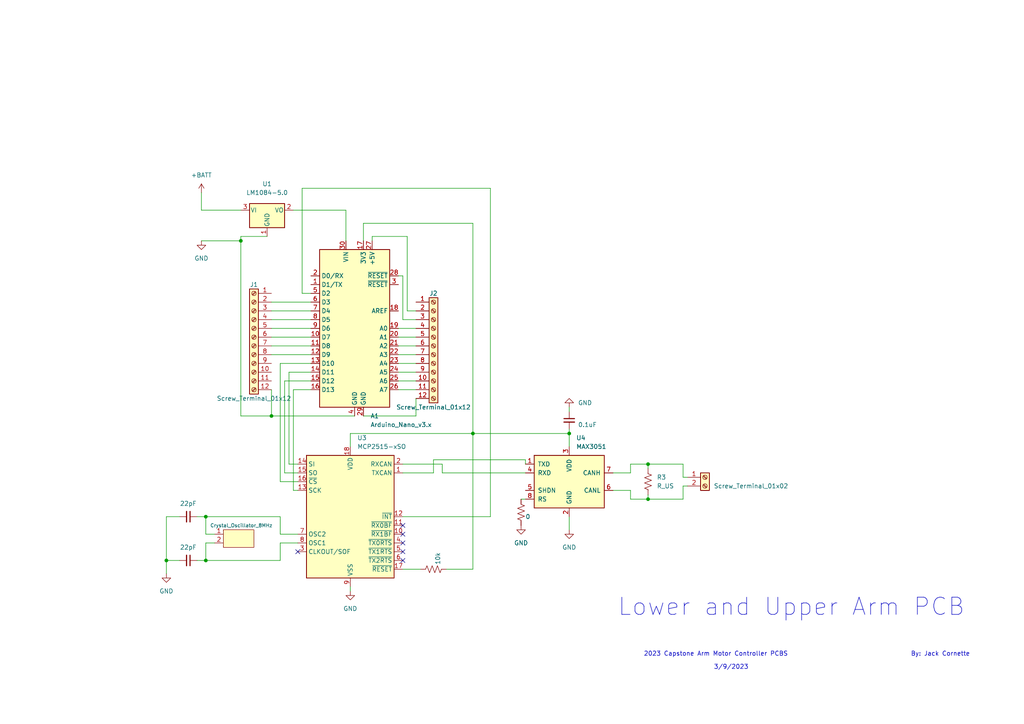
<source format=kicad_sch>
(kicad_sch (version 20211123) (generator eeschema)
  (paper "A4")
  (lib_symbols
    (symbol "Connector:Screw_Terminal_01x02" (pin_names (offset 1.016) hide)
      (property "Reference" "J" (at 0 2.54 0))
      (property "Value" "Screw_Terminal_01x02" (at 0 -5.08 0))
      (symbol "Screw_Terminal_01x02_1_1"
        (rectangle (start -1.27 1.27) (end 1.27 -3.81) (stroke (width 0.254)) (fill (type background)))
        (circle (center 0 -2.54) (radius 0.635) (stroke (width 0.1524)))
        (polyline (pts (xy -0.5334 -2.2098) (xy 0.3302 -3.048)) (stroke (width 0.1524)))
        (polyline (pts (xy -0.5334 0.3302) (xy 0.3302 -0.508)) (stroke (width 0.1524)))
        (polyline (pts (xy -0.3556 -2.032) (xy 0.508 -2.8702)) (stroke (width 0.1524)))
        (polyline (pts (xy -0.3556 0.508) (xy 0.508 -0.3302)) (stroke (width 0.1524)))
        (circle (center 0 0) (radius 0.635) (stroke (width 0.1524)))
        (pin passive line (at -5.08 0 0) (length 3.81) (name "Pin_1") (number "1"))
        (pin passive line (at -5.08 -2.54 0) (length 3.81) (name "Pin_2") (number "2"))
      )
    )
    (symbol "Connector:Screw_Terminal_01x12" (pin_names (offset 1.016) hide)
      (property "Reference" "J" (at 0 15.24 0))
      (property "Value" "Screw_Terminal_01x12" (at 0 -17.78 0))
      (symbol "Screw_Terminal_01x12_1_1"
        (rectangle (start -1.27 13.97) (end 1.27 -16.51) (stroke (width 0.254)) (fill (type background)))
        (circle (center 0 -15.24) (radius 0.635) (stroke (width 0.1524)))
        (circle (center 0 -12.7) (radius 0.635) (stroke (width 0.1524)))
        (circle (center 0 -10.16) (radius 0.635) (stroke (width 0.1524)))
        (circle (center 0 -7.62) (radius 0.635) (stroke (width 0.1524)))
        (circle (center 0 -5.08) (radius 0.635) (stroke (width 0.1524)))
        (circle (center 0 -2.54) (radius 0.635) (stroke (width 0.1524)))
        (polyline (pts (xy -0.5334 -14.9098) (xy 0.3302 -15.748)) (stroke (width 0.1524)))
        (polyline (pts (xy -0.5334 -12.3698) (xy 0.3302 -13.208)) (stroke (width 0.1524)))
        (polyline (pts (xy -0.5334 -9.8298) (xy 0.3302 -10.668)) (stroke (width 0.1524)))
        (polyline (pts (xy -0.5334 -7.2898) (xy 0.3302 -8.128)) (stroke (width 0.1524)))
        (polyline (pts (xy -0.5334 -4.7498) (xy 0.3302 -5.588)) (stroke (width 0.1524)))
        (polyline (pts (xy -0.5334 -2.2098) (xy 0.3302 -3.048)) (stroke (width 0.1524)))
        (polyline (pts (xy -0.5334 0.3302) (xy 0.3302 -0.508)) (stroke (width 0.1524)))
        (polyline (pts (xy -0.5334 2.8702) (xy 0.3302 2.032)) (stroke (width 0.1524)))
        (polyline (pts (xy -0.5334 5.4102) (xy 0.3302 4.572)) (stroke (width 0.1524)))
        (polyline (pts (xy -0.5334 7.9502) (xy 0.3302 7.112)) (stroke (width 0.1524)))
        (polyline (pts (xy -0.5334 10.4902) (xy 0.3302 9.652)) (stroke (width 0.1524)))
        (polyline (pts (xy -0.5334 13.0302) (xy 0.3302 12.192)) (stroke (width 0.1524)))
        (polyline (pts (xy -0.3556 -14.732) (xy 0.508 -15.5702)) (stroke (width 0.1524)))
        (polyline (pts (xy -0.3556 -12.192) (xy 0.508 -13.0302)) (stroke (width 0.1524)))
        (polyline (pts (xy -0.3556 -9.652) (xy 0.508 -10.4902)) (stroke (width 0.1524)))
        (polyline (pts (xy -0.3556 -7.112) (xy 0.508 -7.9502)) (stroke (width 0.1524)))
        (polyline (pts (xy -0.3556 -4.572) (xy 0.508 -5.4102)) (stroke (width 0.1524)))
        (polyline (pts (xy -0.3556 -2.032) (xy 0.508 -2.8702)) (stroke (width 0.1524)))
        (polyline (pts (xy -0.3556 0.508) (xy 0.508 -0.3302)) (stroke (width 0.1524)))
        (polyline (pts (xy -0.3556 3.048) (xy 0.508 2.2098)) (stroke (width 0.1524)))
        (polyline (pts (xy -0.3556 5.588) (xy 0.508 4.7498)) (stroke (width 0.1524)))
        (polyline (pts (xy -0.3556 8.128) (xy 0.508 7.2898)) (stroke (width 0.1524)))
        (polyline (pts (xy -0.3556 10.668) (xy 0.508 9.8298)) (stroke (width 0.1524)))
        (polyline (pts (xy -0.3556 13.208) (xy 0.508 12.3698)) (stroke (width 0.1524)))
        (circle (center 0 0) (radius 0.635) (stroke (width 0.1524)))
        (circle (center 0 2.54) (radius 0.635) (stroke (width 0.1524)))
        (circle (center 0 5.08) (radius 0.635) (stroke (width 0.1524)))
        (circle (center 0 7.62) (radius 0.635) (stroke (width 0.1524)))
        (circle (center 0 10.16) (radius 0.635) (stroke (width 0.1524)))
        (circle (center 0 12.7) (radius 0.635) (stroke (width 0.1524)))
        (pin passive line (at -5.08 12.7 0) (length 3.81) (name "Pin_1") (number "1"))
        (pin passive line (at -5.08 -10.16 0) (length 3.81) (name "Pin_10") (number "10"))
        (pin passive line (at -5.08 -12.7 0) (length 3.81) (name "Pin_11") (number "11"))
        (pin passive line (at -5.08 -15.24 0) (length 3.81) (name "Pin_12") (number "12"))
        (pin passive line (at -5.08 10.16 0) (length 3.81) (name "Pin_2") (number "2"))
        (pin passive line (at -5.08 7.62 0) (length 3.81) (name "Pin_3") (number "3"))
        (pin passive line (at -5.08 5.08 0) (length 3.81) (name "Pin_4") (number "4"))
        (pin passive line (at -5.08 2.54 0) (length 3.81) (name "Pin_5") (number "5"))
        (pin passive line (at -5.08 0 0) (length 3.81) (name "Pin_6") (number "6"))
        (pin passive line (at -5.08 -2.54 0) (length 3.81) (name "Pin_7") (number "7"))
        (pin passive line (at -5.08 -5.08 0) (length 3.81) (name "Pin_8") (number "8"))
        (pin passive line (at -5.08 -7.62 0) (length 3.81) (name "Pin_9") (number "9"))
      )
    )
    (symbol "Device:C_Small" (pin_numbers hide) (pin_names (offset 0.254) hide)
      (property "Reference" "C" (at 0.254 1.778 0))
      (property "Value" "C_Small" (at 0.254 -2.032 0))
      (symbol "C_Small_0_1"
        (polyline (pts (xy -1.524 -0.508) (xy 1.524 -0.508)) (stroke (width 0.3302)))
        (polyline (pts (xy -1.524 0.508) (xy 1.524 0.508)) (stroke (width 0.3048)))
      )
      (symbol "C_Small_1_1"
        (pin passive line (at 0 2.54 270) (length 2.032) (name "~") (number "1"))
        (pin passive line (at 0 -2.54 90) (length 2.032) (name "~") (number "2"))
      )
    )
    (symbol "Device:R_US" (pin_numbers hide) (pin_names (offset 0))
      (property "Reference" "R" (at 2.54 0 90))
      (property "Value" "R_US" (at -2.54 0 90))
      (symbol "R_US_0_1"
        (polyline (pts (xy 0 -2.286) (xy 0 -2.54)))
        (polyline (pts (xy 0 2.286) (xy 0 2.54)))
        (polyline (pts (xy 0 -0.762) (xy 1.016 -1.143) (xy 0 -1.524) (xy -1.016 -1.905) (xy 0 -2.286)))
        (polyline (pts (xy 0 0.762) (xy 1.016 0.381) (xy 0 0) (xy -1.016 -0.381) (xy 0 -0.762)))
        (polyline (pts (xy 0 2.286) (xy 1.016 1.905) (xy 0 1.524) (xy -1.016 1.143) (xy 0 0.762)))
      )
      (symbol "R_US_1_1"
        (pin passive line (at 0 3.81 270) (length 1.27) (name "~") (number "1"))
        (pin passive line (at 0 -3.81 90) (length 1.27) (name "~") (number "2"))
      )
    )
    (symbol "Interface_CAN_LIN:MCP2515-xSO"
      (property "Reference" "U" (at -10.16 19.685 0))
      (property "Value" "MCP2515-xSO" (at 19.05 20.32 0))
      (symbol "MCP2515-xSO_0_1"
        (rectangle (start -12.7 17.78) (end 12.7 -17.78) (stroke (width 0.254)) (fill (type background)))
      )
      (symbol "MCP2515-xSO_1_1"
        (pin output line (at 15.24 12.7 180) (length 2.54) (name "TXCAN") (number "1"))
        (pin output line (at 15.24 -5.08 180) (length 2.54) (name "~{RX1BF}") (number "10"))
        (pin output line (at 15.24 -2.54 180) (length 2.54) (name "~{RX0BF}") (number "11"))
        (pin output line (at 15.24 0 180) (length 2.54) (name "~{INT}") (number "12"))
        (pin input line (at -15.24 7.62 0) (length 2.54) (name "SCK") (number "13"))
        (pin input line (at -15.24 15.24 0) (length 2.54) (name "SI") (number "14"))
        (pin output line (at -15.24 12.7 0) (length 2.54) (name "SO") (number "15"))
        (pin input line (at -15.24 10.16 0) (length 2.54) (name "~{CS}") (number "16"))
        (pin input line (at 15.24 -15.24 180) (length 2.54) (name "~{RESET}") (number "17"))
        (pin power_in line (at 0 20.32 270) (length 2.54) (name "VDD") (number "18"))
        (pin input line (at 15.24 15.24 180) (length 2.54) (name "RXCAN") (number "2"))
        (pin output line (at -15.24 -10.16 0) (length 2.54) (name "CLKOUT/SOF") (number "3"))
        (pin input line (at 15.24 -7.62 180) (length 2.54) (name "~{TX0RTS}") (number "4"))
        (pin input line (at 15.24 -10.16 180) (length 2.54) (name "~{TX1RTS}") (number "5"))
        (pin input line (at 15.24 -12.7 180) (length 2.54) (name "~{TX2RTS}") (number "6"))
        (pin output line (at -15.24 -5.08 0) (length 2.54) (name "OSC2") (number "7"))
        (pin input line (at -15.24 -7.62 0) (length 2.54) (name "OSC1") (number "8"))
        (pin power_in line (at 0 -20.32 90) (length 2.54) (name "VSS") (number "9"))
      )
    )
    (symbol "Interface_UART:MAX3051" (pin_names (offset 1.016))
      (property "Reference" "U" (at -10.16 8.89 0))
      (property "Value" "MAX3051" (at 2.54 8.89 0))
      (symbol "MAX3051_0_1"
        (rectangle (start -10.16 7.62) (end 10.16 -7.62) (stroke (width 0.254)) (fill (type background)))
      )
      (symbol "MAX3051_1_1"
        (pin input line (at -12.7 5.08 0) (length 2.54) (name "TXD") (number "1"))
        (pin power_in line (at 0 -10.16 90) (length 2.54) (name "GND") (number "2"))
        (pin power_in line (at 0 10.16 270) (length 2.54) (name "VDD") (number "3"))
        (pin output line (at -12.7 2.54 0) (length 2.54) (name "RXD") (number "4"))
        (pin input line (at -12.7 -2.54 0) (length 2.54) (name "SHDN") (number "5"))
        (pin bidirectional line (at 12.7 -2.54 180) (length 2.54) (name "CANL") (number "6"))
        (pin bidirectional line (at 12.7 2.54 180) (length 2.54) (name "CANH") (number "7"))
        (pin input line (at -12.7 -5.08 0) (length 2.54) (name "RS") (number "8"))
      )
    )
    (symbol "MCU_Module:Arduino_Nano_v3.x"
      (property "Reference" "A" (at -10.16 23.495 0))
      (property "Value" "Arduino_Nano_v3.x" (at 5.08 -24.13 0))
      (symbol "Arduino_Nano_v3.x_0_1"
        (rectangle (start -10.16 22.86) (end 10.16 -22.86) (stroke (width 0.254)) (fill (type background)))
      )
      (symbol "Arduino_Nano_v3.x_1_1"
        (pin bidirectional line (at -12.7 12.7 0) (length 2.54) (name "D1/TX") (number "1"))
        (pin bidirectional line (at -12.7 -2.54 0) (length 2.54) (name "D7") (number "10"))
        (pin bidirectional line (at -12.7 -5.08 0) (length 2.54) (name "D8") (number "11"))
        (pin bidirectional line (at -12.7 -7.62 0) (length 2.54) (name "D9") (number "12"))
        (pin bidirectional line (at -12.7 -10.16 0) (length 2.54) (name "D10") (number "13"))
        (pin bidirectional line (at -12.7 -12.7 0) (length 2.54) (name "D11") (number "14"))
        (pin bidirectional line (at -12.7 -15.24 0) (length 2.54) (name "D12") (number "15"))
        (pin bidirectional line (at -12.7 -17.78 0) (length 2.54) (name "D13") (number "16"))
        (pin power_out line (at 2.54 25.4 270) (length 2.54) (name "3V3") (number "17"))
        (pin input line (at 12.7 5.08 180) (length 2.54) (name "AREF") (number "18"))
        (pin bidirectional line (at 12.7 0 180) (length 2.54) (name "A0") (number "19"))
        (pin bidirectional line (at -12.7 15.24 0) (length 2.54) (name "D0/RX") (number "2"))
        (pin bidirectional line (at 12.7 -2.54 180) (length 2.54) (name "A1") (number "20"))
        (pin bidirectional line (at 12.7 -5.08 180) (length 2.54) (name "A2") (number "21"))
        (pin bidirectional line (at 12.7 -7.62 180) (length 2.54) (name "A3") (number "22"))
        (pin bidirectional line (at 12.7 -10.16 180) (length 2.54) (name "A4") (number "23"))
        (pin bidirectional line (at 12.7 -12.7 180) (length 2.54) (name "A5") (number "24"))
        (pin bidirectional line (at 12.7 -15.24 180) (length 2.54) (name "A6") (number "25"))
        (pin bidirectional line (at 12.7 -17.78 180) (length 2.54) (name "A7") (number "26"))
        (pin power_out line (at 5.08 25.4 270) (length 2.54) (name "+5V") (number "27"))
        (pin input line (at 12.7 15.24 180) (length 2.54) (name "~{RESET}") (number "28"))
        (pin power_in line (at 2.54 -25.4 90) (length 2.54) (name "GND") (number "29"))
        (pin input line (at 12.7 12.7 180) (length 2.54) (name "~{RESET}") (number "3"))
        (pin power_in line (at -2.54 25.4 270) (length 2.54) (name "VIN") (number "30"))
        (pin power_in line (at 0 -25.4 90) (length 2.54) (name "GND") (number "4"))
        (pin bidirectional line (at -12.7 10.16 0) (length 2.54) (name "D2") (number "5"))
        (pin bidirectional line (at -12.7 7.62 0) (length 2.54) (name "D3") (number "6"))
        (pin bidirectional line (at -12.7 5.08 0) (length 2.54) (name "D4") (number "7"))
        (pin bidirectional line (at -12.7 2.54 0) (length 2.54) (name "D5") (number "8"))
        (pin bidirectional line (at -12.7 0 0) (length 2.54) (name "D6") (number "9"))
      )
    )
    (symbol "Regulator_Linear:LM1084-5.0" (pin_names (offset 0.254))
      (property "Reference" "U" (at -3.81 3.175 0))
      (property "Value" "LM1084-5.0" (at 0 3.175 0))
      (symbol "LM1084-5.0_0_1"
        (rectangle (start -5.08 1.905) (end 5.08 -5.08) (stroke (width 0.254)) (fill (type background)))
      )
      (symbol "LM1084-5.0_1_1"
        (pin power_in line (at 0 -7.62 90) (length 2.54) (name "GND") (number "1"))
        (pin power_out line (at 7.62 0 180) (length 2.54) (name "VO") (number "2"))
        (pin power_in line (at -7.62 0 0) (length 2.54) (name "VI") (number "3"))
      )
    )
    (symbol "customSymbols:Crystal_Oscillator_8MHz"
      (property "Reference" "U?" (at 5.08 1.2701 0))
      (property "Value" "Crystal_Oscillator_8MHz" (at -11.43 3.81 0))
      (symbol "Crystal_Oscillator_8MHz_0_1"
        (rectangle (start -5.08 2.54) (end 3.81 -2.54) (fill (type background)))
      )
      (symbol "Crystal_Oscillator_8MHz_1_1"
        (pin input line (at -7.62 1.27 0) (length 2.54) (name "") (number "1"))
        (pin input line (at -7.62 -1.27 0) (length 2.54) (name "") (number "2"))
      )
    )
    (symbol "power:+BATT" (power) (pin_names (offset 0))
      (property "Value" "+BATT" (at 0 3.556 0))
      (symbol "+BATT_0_1"
        (polyline (pts (xy -0.762 1.27) (xy 0 2.54)))
        (polyline (pts (xy 0 0) (xy 0 2.54)))
        (polyline (pts (xy 0 2.54) (xy 0.762 1.27)))
      )
      (symbol "+BATT_1_1"
        (pin power_in line (at 0 0 90) (length 0) hide (name "+BATT") (number "1"))
      )
    )
    (symbol "power:GND" (power) (pin_names (offset 0))
      (property "Value" "GND" (at 0 -3.81 0))
      (symbol "GND_0_1"
        (polyline (pts (xy 0 0) (xy 0 -1.27) (xy 1.27 -1.27) (xy 0 -2.54) (xy -1.27 -1.27) (xy 0 -1.27)))
      )
      (symbol "GND_1_1"
        (pin power_in line (at 0 0 270) (length 0) hide (name "GND") (number "1"))
      )
    )
  )
  (junction (at 59.69 162.56))
  (junction (at 137.16 125.73))
  (junction (at 69.85 69.85))
  (junction (at 165.1 125.73))
  (junction (at 78.74 120.65))
  (junction (at 187.96 134.62))
  (junction (at 59.69 149.86))
  (junction (at 187.96 144.78))
  (junction (at 48.26 162.56))
  (no_connect (at 116.84 157.48))
  (no_connect (at 116.84 160.02))
  (no_connect (at 116.84 162.56))
  (no_connect (at 86.36 160.02))
  (no_connect (at 116.84 152.4))
  (no_connect (at 116.84 154.94))
  (wire (pts (xy 182.88 144.78) (xy 187.96 144.78)))
  (wire (pts (xy 105.41 64.77) (xy 137.16 64.77)))
  (wire (pts (xy 198.12 140.97) (xy 198.12 144.78)))
  (wire (pts (xy 152.4 137.16) (xy 128.27 137.16)))
  (wire (pts (xy 83.82 134.62) (xy 83.82 107.95)))
  (wire (pts (xy 78.74 120.65) (xy 102.87 120.65)))
  (wire (pts (xy 78.74 90.17) (xy 90.17 90.17)))
  (wire (pts (xy 69.85 68.58) (xy 77.47 68.58)))
  (wire (pts (xy 105.41 120.65) (xy 120.65 120.65)))
  (wire (pts (xy 78.74 87.63) (xy 90.17 87.63)))
  (wire (pts (xy 78.74 95.25) (xy 90.17 95.25)))
  (wire (pts (xy 115.57 113.03) (xy 120.65 113.03)))
  (wire (pts (xy 120.65 92.71) (xy 116.84 92.71)))
  (wire (pts (xy 187.96 134.62) (xy 198.12 134.62)))
  (wire (pts (xy 116.84 80.01) (xy 115.57 80.01)))
  (wire (pts (xy 48.26 162.56) (xy 52.07 162.56)))
  (wire (pts (xy 128.27 134.62) (xy 116.84 134.62)))
  (wire (pts (xy 107.95 68.58) (xy 118.11 68.58)))
  (wire (pts (xy 83.82 134.62) (xy 86.36 134.62)))
  (wire (pts (xy 128.27 137.16) (xy 128.27 134.62)))
  (wire (pts (xy 82.55 137.16) (xy 82.55 110.49)))
  (wire (pts (xy 137.16 64.77) (xy 137.16 125.73)))
  (wire (pts (xy 100.33 60.96) (xy 100.33 69.85)))
  (wire (pts (xy 48.26 149.86) (xy 52.07 149.86)))
  (wire (pts (xy 82.55 110.49) (xy 90.17 110.49)))
  (wire (pts (xy 78.74 113.03) (xy 78.74 120.65)))
  (wire (pts (xy 85.09 113.03) (xy 90.17 113.03)))
  (wire (pts (xy 81.28 157.48) (xy 81.28 162.56)))
  (wire (pts (xy 118.11 90.17) (xy 120.65 90.17)))
  (wire (pts (xy 62.23 154.94) (xy 59.69 154.94)))
  (wire (pts (xy 137.16 125.73) (xy 165.1 125.73)))
  (wire (pts (xy 177.8 137.16) (xy 182.88 137.16)))
  (wire (pts (xy 121.92 165.1) (xy 116.84 165.1)))
  (wire (pts (xy 58.42 55.88) (xy 58.42 60.96)))
  (wire (pts (xy 187.96 144.78) (xy 187.96 143.51)))
  (wire (pts (xy 105.41 64.77) (xy 105.41 69.85)))
  (wire (pts (xy 59.69 154.94) (xy 59.69 149.86)))
  (wire (pts (xy 199.39 138.43) (xy 198.12 138.43)))
  (wire (pts (xy 69.85 120.65) (xy 69.85 69.85)))
  (wire (pts (xy 177.8 142.24) (xy 182.88 142.24)))
  (wire (pts (xy 59.69 149.86) (xy 81.28 149.86)))
  (wire (pts (xy 107.95 69.85) (xy 107.95 68.58)))
  (wire (pts (xy 142.24 54.61) (xy 87.63 54.61)))
  (wire (pts (xy 125.73 133.35) (xy 152.4 133.35)))
  (wire (pts (xy 81.28 149.86) (xy 81.28 154.94)))
  (wire (pts (xy 165.1 153.67) (xy 165.1 149.86)))
  (wire (pts (xy 116.84 149.86) (xy 142.24 149.86)))
  (wire (pts (xy 87.63 54.61) (xy 87.63 85.09)))
  (wire (pts (xy 182.88 142.24) (xy 182.88 144.78)))
  (wire (pts (xy 101.6 125.73) (xy 137.16 125.73)))
  (wire (pts (xy 116.84 137.16) (xy 125.73 137.16)))
  (wire (pts (xy 165.1 125.73) (xy 165.1 129.54)))
  (wire (pts (xy 187.96 134.62) (xy 187.96 135.89)))
  (wire (pts (xy 165.1 124.46) (xy 165.1 125.73)))
  (wire (pts (xy 81.28 105.41) (xy 90.17 105.41)))
  (wire (pts (xy 57.15 149.86) (xy 59.69 149.86)))
  (wire (pts (xy 83.82 107.95) (xy 90.17 107.95)))
  (wire (pts (xy 101.6 129.54) (xy 101.6 125.73)))
  (wire (pts (xy 115.57 107.95) (xy 120.65 107.95)))
  (wire (pts (xy 58.42 60.96) (xy 69.85 60.96)))
  (wire (pts (xy 48.26 162.56) (xy 48.26 149.86)))
  (wire (pts (xy 115.57 105.41) (xy 120.65 105.41)))
  (wire (pts (xy 86.36 137.16) (xy 82.55 137.16)))
  (wire (pts (xy 86.36 154.94) (xy 81.28 154.94)))
  (wire (pts (xy 115.57 97.79) (xy 120.65 97.79)))
  (wire (pts (xy 86.36 139.7) (xy 81.28 139.7)))
  (wire (pts (xy 151.13 144.78) (xy 152.4 144.78)))
  (wire (pts (xy 101.6 171.45) (xy 101.6 170.18)))
  (wire (pts (xy 115.57 95.25) (xy 120.65 95.25)))
  (wire (pts (xy 58.42 69.85) (xy 69.85 69.85)))
  (wire (pts (xy 57.15 162.56) (xy 59.69 162.56)))
  (wire (pts (xy 198.12 138.43) (xy 198.12 134.62)))
  (wire (pts (xy 87.63 85.09) (xy 90.17 85.09)))
  (wire (pts (xy 120.65 120.65) (xy 120.65 115.57)))
  (wire (pts (xy 86.36 157.48) (xy 81.28 157.48)))
  (wire (pts (xy 118.11 68.58) (xy 118.11 90.17)))
  (wire (pts (xy 152.4 133.35) (xy 152.4 134.62)))
  (wire (pts (xy 115.57 102.87) (xy 120.65 102.87)))
  (wire (pts (xy 48.26 166.37) (xy 48.26 162.56)))
  (wire (pts (xy 86.36 142.24) (xy 85.09 142.24)))
  (wire (pts (xy 81.28 139.7) (xy 81.28 105.41)))
  (wire (pts (xy 129.54 165.1) (xy 137.16 165.1)))
  (wire (pts (xy 78.74 100.33) (xy 90.17 100.33)))
  (wire (pts (xy 62.23 157.48) (xy 59.69 157.48)))
  (wire (pts (xy 198.12 144.78) (xy 187.96 144.78)))
  (wire (pts (xy 85.09 142.24) (xy 85.09 113.03)))
  (wire (pts (xy 116.84 92.71) (xy 116.84 80.01)))
  (wire (pts (xy 85.09 60.96) (xy 100.33 60.96)))
  (wire (pts (xy 59.69 157.48) (xy 59.69 162.56)))
  (wire (pts (xy 78.74 92.71) (xy 90.17 92.71)))
  (wire (pts (xy 199.39 140.97) (xy 198.12 140.97)))
  (wire (pts (xy 115.57 100.33) (xy 120.65 100.33)))
  (wire (pts (xy 182.88 137.16) (xy 182.88 134.62)))
  (wire (pts (xy 69.85 120.65) (xy 78.74 120.65)))
  (wire (pts (xy 137.16 125.73) (xy 137.16 165.1)))
  (wire (pts (xy 165.1 118.11) (xy 165.1 119.38)))
  (wire (pts (xy 59.69 162.56) (xy 81.28 162.56)))
  (wire (pts (xy 142.24 149.86) (xy 142.24 54.61)))
  (wire (pts (xy 69.85 69.85) (xy 69.85 68.58)))
  (wire (pts (xy 115.57 110.49) (xy 120.65 110.49)))
  (wire (pts (xy 78.74 102.87) (xy 90.17 102.87)))
  (wire (pts (xy 125.73 137.16) (xy 125.73 133.35)))
  (wire (pts (xy 182.88 134.62) (xy 187.96 134.62)))
  (wire (pts (xy 78.74 97.79) (xy 90.17 97.79)))
  (text "3/9/2023" (at 207.01 194.31 0) (effects (font (size 1.27 1.27)) (justify left bottom)))
  (text "Lower and Upper Arm PCB" (at 179.07 179.07 0) (effects (font (size 5 5)) (justify left bottom)))
  (text "2023 Capstone Arm Motor Controller PCBS" (at 186.69 190.5 0) (effects (font (size 1.27 1.27)) (justify left bottom)))
  (text "By: Jack Cornette" (at 264.16 190.5 0) (effects (font (size 1.27 1.27)) (justify left bottom)))
  (symbol (lib_id "power:+BATT") (at 58.42 55.88 0) (unit 1)
    (property "Reference" "#PWR0102" (effects hide))
    (property "Value" "+BATT" (at 58.42 50.8 0))
  )
  (symbol (lib_id "power:GND") (at 101.6 171.45 0) (unit 1)
    (property "Reference" "#PWR0103" (effects hide))
    (property "Value" "GND" (at 101.6 176.53 0))
  )
  (symbol (lib_id "Connector:Screw_Terminal_01x12") (at 125.73 100.33 0) (unit 1)
    (property "Reference" "J2" (at 125.73 85.09 0))
    (property "Value" "Screw_Terminal_01x12" (at 125.73 118.11 0))
    (property "Footprint" "TerminalBlock_4Ucon:TerminalBlock_4Ucon_1x12_P3.50mm_Horizontal" (effects hide))
  )
  (symbol (lib_id "Device:R_US") (at 125.73 165.1 90) (unit 1)
    (property "Reference" "R2" (effects hide))
    (property "Value" "10k" (at 127 163.83 0) (effects (justify left)))
    (property "Footprint" "Resistor_SMD:R_0805_2012Metric" (effects hide))
  )
  (symbol (lib_id "power:GND") (at 58.42 69.85 0) (unit 1)
    (property "Reference" "#PWR0101" (effects hide))
    (property "Value" "GND" (at 58.42 74.93 0))
  )
  (symbol (lib_id "Connector:Screw_Terminal_01x12") (at 73.66 97.79 0) (mirror y) (unit 1)
    (property "Reference" "J1" (at 73.66 82.55 0))
    (property "Value" "Screw_Terminal_01x12" (at 73.66 115.57 0))
    (property "Footprint" "TerminalBlock_4Ucon:TerminalBlock_4Ucon_1x12_P3.50mm_Horizontal" (effects hide))
  )
  (symbol (lib_id "Device:C_Small") (at 54.61 162.56 270) (unit 1)
    (property "Reference" "C3" (effects hide))
    (property "Value" "22pF" (at 54.6036 158.75 90))
    (property "Footprint" "Capacitor_SMD:C_0805_2012Metric" (effects hide))
  )
  (symbol (lib_id "customSymbols:Crystal_Oscillator_8MHz") (at 69.85 156.21 0) (unit 1)
    (property "Reference" "U2" (effects hide))
    (property "Value" "Crystal_Oscillator_8MHz" (at 60.96 152.4 0) (effects (font (size 1 1)) (justify left)))
    (property "Footprint" "LFXTAL:LFXTAL057135Bulk" (effects hide))
  )
  (symbol (lib_id "Regulator_Linear:LM1084-5.0") (at 77.47 60.96 0) (unit 1)
    (property "Reference" "U1" (at 77.47 53.34 0))
    (property "Value" "LM1084-5.0" (at 77.47 55.88 0))
    (property "Footprint" "Package_TO_SOT_THT:TO-220F-3_Horizontal_TabDown" (effects hide))
    (property "Datasheet" "http://www.ti.com/lit/ds/symlink/lm1084.pdf" (effects hide))
  )
  (symbol (lib_id "MCU_Module:Arduino_Nano_v3.x") (at 102.87 95.25 0) (unit 1)
    (property "Reference" "A1" (at 107.4294 120.65 0) (effects (justify left)))
    (property "Value" "Arduino_Nano_v3.x" (at 107.4294 123.19 0) (effects (justify left)))
    (property "Footprint" "Module:Arduino_Nano" (effects hide))
    (property "Datasheet" "http://www.mouser.com/pdfdocs/Gravitech_Arduino_Nano3_0.pdf" (effects hide))
  )
  (symbol (lib_id "Interface_UART:MAX3051") (at 165.1 139.7 0) (unit 1)
    (property "Reference" "U4" (at 167.1194 127 0) (effects (justify left)))
    (property "Value" "MAX3051" (at 167.1194 129.54 0) (effects (justify left)))
    (property "Footprint" "MAX3051:SOIC127P600X175-8N" (effects hide))
    (property "Datasheet" "http://datasheets.maximintegrated.com/en/ds/MAX3051.pdf" (effects hide))
  )
  (symbol (lib_id "Connector:Screw_Terminal_01x02") (at 204.47 138.43 0) (unit 1)
    (property "Reference" "J3" (effects hide))
    (property "Value" "Screw_Terminal_01x02" (at 207.01 140.9699 0) (effects (justify left)))
    (property "Footprint" "TerminalBlock_4Ucon:TerminalBlock_4Ucon_1x02_P3.50mm_Horizontal" (effects hide))
  )
  (symbol (lib_id "power:GND") (at 165.1 118.11 180) (unit 1)
    (property "Reference" "#PWR0107" (effects hide))
    (property "Value" "GND" (at 167.64 116.8399 0) (effects (justify right)))
  )
  (symbol (lib_id "power:GND") (at 151.13 152.4 0) (unit 1)
    (property "Reference" "#PWR0105" (effects hide))
    (property "Value" "GND" (at 151.13 157.48 0))
  )
  (symbol (lib_id "Interface_CAN_LIN:MCP2515-xSO") (at 101.6 149.86 0) (unit 1)
    (property "Reference" "U3" (at 103.6194 127 0) (effects (justify left)))
    (property "Value" "MCP2515-xSO" (at 103.6194 129.54 0) (effects (justify left)))
    (property "Footprint" "MCP2515_SMD:SOIC127P1030X265-18N" (effects hide))
    (property "Datasheet" "http://ww1.microchip.com/downloads/en/DeviceDoc/21801e.pdf" (effects hide))
  )
  (symbol (lib_id "power:GND") (at 165.1 153.67 0) (unit 1)
    (property "Reference" "#PWR0106" (effects hide))
    (property "Value" "GND" (at 165.1 158.75 0))
  )
  (symbol (lib_id "Device:R_US") (at 187.96 139.7 0) (unit 1)
    (property "Reference" "R3" (at 190.5 138.4299 0) (effects (justify left)))
    (property "Value" "R_US" (at 190.5 140.9699 0) (effects (justify left)))
    (property "Footprint" "Resistor_SMD:R_0805_2012Metric" (effects hide))
  )
  (symbol (lib_id "power:GND") (at 48.26 166.37 0) (unit 1)
    (property "Reference" "#PWR0104" (effects hide))
    (property "Value" "GND" (at 48.26 171.45 0))
  )
  (symbol (lib_id "Device:C_Small") (at 165.1 121.92 0) (unit 1)
    (property "Reference" "C1" (effects hide))
    (property "Value" "0.1uF" (at 167.64 123.1962 0) (effects (justify left)))
    (property "Footprint" "Capacitor_SMD:C_0805_2012Metric" (effects hide))
  )
  (symbol (lib_id "Device:C_Small") (at 54.61 149.86 270) (unit 1)
    (property "Reference" "C2" (effects hide))
    (property "Value" "22pF" (at 54.6036 146.05 90))
    (property "Footprint" "Capacitor_SMD:C_0805_2012Metric" (effects hide))
  )
  (symbol (lib_id "Device:R_US") (at 151.13 148.59 0) (unit 1)
    (property "Reference" "R1" (effects hide))
    (property "Value" "0" (at 152.4 149.86 0) (effects (justify left)))
    (property "Footprint" "Resistor_SMD:R_0805_2012Metric" (effects hide))
  )
)
</source>
